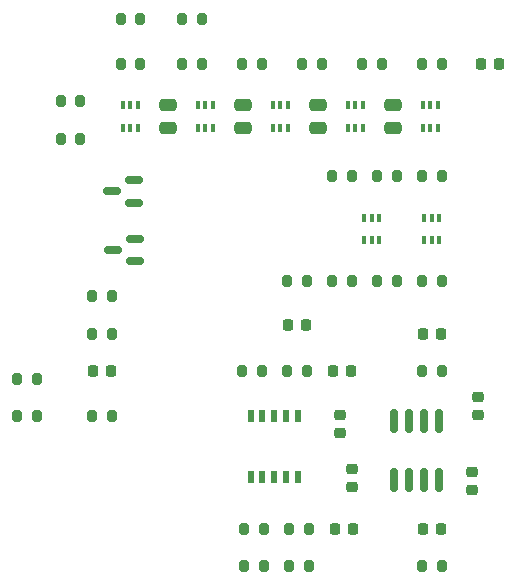
<source format=gbr>
%TF.GenerationSoftware,KiCad,Pcbnew,6.0.7-f9a2dced07~116~ubuntu22.04.1*%
%TF.CreationDate,2022-07-29T17:46:26-04:00*%
%TF.ProjectId,minimoog_LPF,6d696e69-6d6f-46f6-975f-4c50462e6b69,0.1*%
%TF.SameCoordinates,Original*%
%TF.FileFunction,Paste,Top*%
%TF.FilePolarity,Positive*%
%FSLAX46Y46*%
G04 Gerber Fmt 4.6, Leading zero omitted, Abs format (unit mm)*
G04 Created by KiCad (PCBNEW 6.0.7-f9a2dced07~116~ubuntu22.04.1) date 2022-07-29 17:46:26*
%MOMM*%
%LPD*%
G01*
G04 APERTURE LIST*
G04 Aperture macros list*
%AMRoundRect*
0 Rectangle with rounded corners*
0 $1 Rounding radius*
0 $2 $3 $4 $5 $6 $7 $8 $9 X,Y pos of 4 corners*
0 Add a 4 corners polygon primitive as box body*
4,1,4,$2,$3,$4,$5,$6,$7,$8,$9,$2,$3,0*
0 Add four circle primitives for the rounded corners*
1,1,$1+$1,$2,$3*
1,1,$1+$1,$4,$5*
1,1,$1+$1,$6,$7*
1,1,$1+$1,$8,$9*
0 Add four rect primitives between the rounded corners*
20,1,$1+$1,$2,$3,$4,$5,0*
20,1,$1+$1,$4,$5,$6,$7,0*
20,1,$1+$1,$6,$7,$8,$9,0*
20,1,$1+$1,$8,$9,$2,$3,0*%
G04 Aperture macros list end*
%ADD10RoundRect,0.225000X-0.250000X0.225000X-0.250000X-0.225000X0.250000X-0.225000X0.250000X0.225000X0*%
%ADD11RoundRect,0.225000X0.225000X0.250000X-0.225000X0.250000X-0.225000X-0.250000X0.225000X-0.250000X0*%
%ADD12RoundRect,0.200000X-0.200000X-0.275000X0.200000X-0.275000X0.200000X0.275000X-0.200000X0.275000X0*%
%ADD13R,0.400000X0.650000*%
%ADD14RoundRect,0.200000X0.200000X0.275000X-0.200000X0.275000X-0.200000X-0.275000X0.200000X-0.275000X0*%
%ADD15RoundRect,0.150000X-0.150000X0.825000X-0.150000X-0.825000X0.150000X-0.825000X0.150000X0.825000X0*%
%ADD16RoundRect,0.225000X-0.225000X-0.250000X0.225000X-0.250000X0.225000X0.250000X-0.225000X0.250000X0*%
%ADD17RoundRect,0.250000X-0.475000X0.250000X-0.475000X-0.250000X0.475000X-0.250000X0.475000X0.250000X0*%
%ADD18RoundRect,0.150000X0.587500X0.150000X-0.587500X0.150000X-0.587500X-0.150000X0.587500X-0.150000X0*%
%ADD19RoundRect,0.250000X0.475000X-0.250000X0.475000X0.250000X-0.475000X0.250000X-0.475000X-0.250000X0*%
%ADD20R,0.510000X1.100000*%
G04 APERTURE END LIST*
D10*
%TO.C,C16*%
X165862000Y-108191000D03*
X165862000Y-109741000D03*
%TD*%
D11*
%TO.C,C23*%
X162700000Y-119380000D03*
X161150000Y-119380000D03*
%TD*%
D12*
%TO.C,R2*%
X126810000Y-106680000D03*
X128460000Y-106680000D03*
%TD*%
D13*
%TO.C,Q9*%
X157495000Y-93030000D03*
X156845000Y-93030000D03*
X156195000Y-93030000D03*
X156195000Y-94930000D03*
X156845000Y-94930000D03*
X157495000Y-94930000D03*
%TD*%
D14*
%TO.C,R7*%
X142430000Y-80010000D03*
X140780000Y-80010000D03*
%TD*%
D15*
%TO.C,U1*%
X162560000Y-110270000D03*
X161290000Y-110270000D03*
X160020000Y-110270000D03*
X158750000Y-110270000D03*
X158750000Y-115220000D03*
X160020000Y-115220000D03*
X161290000Y-115220000D03*
X162560000Y-115220000D03*
%TD*%
D13*
%TO.C,Q5*%
X149748000Y-83505000D03*
X149098000Y-83505000D03*
X148448000Y-83505000D03*
X148448000Y-85405000D03*
X149098000Y-85405000D03*
X149748000Y-85405000D03*
%TD*%
D10*
%TO.C,C17*%
X165354000Y-114541000D03*
X165354000Y-116091000D03*
%TD*%
D14*
%TO.C,R16*%
X158940000Y-89535000D03*
X157290000Y-89535000D03*
%TD*%
D12*
%TO.C,R4*%
X133160000Y-102870000D03*
X134810000Y-102870000D03*
%TD*%
D10*
%TO.C,C18*%
X154178000Y-109715000D03*
X154178000Y-111265000D03*
%TD*%
D14*
%TO.C,R22*%
X158940000Y-98425000D03*
X157290000Y-98425000D03*
%TD*%
D16*
%TO.C,C22*%
X153530000Y-106045000D03*
X155080000Y-106045000D03*
%TD*%
D14*
%TO.C,R18*%
X162750000Y-98425000D03*
X161100000Y-98425000D03*
%TD*%
D13*
%TO.C,Q4*%
X143398000Y-83505000D03*
X142748000Y-83505000D03*
X142098000Y-83505000D03*
X142098000Y-85405000D03*
X142748000Y-85405000D03*
X143398000Y-85405000D03*
%TD*%
D14*
%TO.C,R20*%
X162750000Y-89535000D03*
X161100000Y-89535000D03*
%TD*%
D17*
%TO.C,C6*%
X158623000Y-83505000D03*
X158623000Y-85405000D03*
%TD*%
D12*
%TO.C,R30*%
X161100000Y-122555000D03*
X162750000Y-122555000D03*
%TD*%
%TO.C,R6*%
X135573000Y-80010000D03*
X137223000Y-80010000D03*
%TD*%
D18*
%TO.C,Q1*%
X136827500Y-96708000D03*
X136827500Y-94808000D03*
X134952500Y-95758000D03*
%TD*%
D14*
%TO.C,R28*%
X147510000Y-106045000D03*
X145860000Y-106045000D03*
%TD*%
D10*
%TO.C,C15*%
X155194000Y-114300000D03*
X155194000Y-115850000D03*
%TD*%
D14*
%TO.C,R1*%
X128460000Y-109855000D03*
X126810000Y-109855000D03*
%TD*%
D13*
%TO.C,Q7*%
X162448000Y-83505000D03*
X161798000Y-83505000D03*
X161148000Y-83505000D03*
X161148000Y-85405000D03*
X161798000Y-85405000D03*
X162448000Y-85405000D03*
%TD*%
D12*
%TO.C,R19*%
X149670000Y-98425000D03*
X151320000Y-98425000D03*
%TD*%
%TO.C,R15*%
X140780000Y-76200000D03*
X142430000Y-76200000D03*
%TD*%
D19*
%TO.C,C5*%
X152273000Y-85405000D03*
X152273000Y-83505000D03*
%TD*%
D18*
%TO.C,Q2*%
X136700500Y-91755000D03*
X136700500Y-89855000D03*
X134825500Y-90805000D03*
%TD*%
D14*
%TO.C,R26*%
X147695000Y-122555000D03*
X146045000Y-122555000D03*
%TD*%
D12*
%TO.C,R25*%
X149855000Y-119380000D03*
X151505000Y-119380000D03*
%TD*%
D14*
%TO.C,R27*%
X147695000Y-119380000D03*
X146045000Y-119380000D03*
%TD*%
%TO.C,R23*%
X162750000Y-106045000D03*
X161100000Y-106045000D03*
%TD*%
D12*
%TO.C,R14*%
X130493000Y-83185000D03*
X132143000Y-83185000D03*
%TD*%
D14*
%TO.C,R21*%
X155130000Y-98425000D03*
X153480000Y-98425000D03*
%TD*%
D13*
%TO.C,Q3*%
X137048000Y-83505000D03*
X136398000Y-83505000D03*
X135748000Y-83505000D03*
X135748000Y-85405000D03*
X136398000Y-85405000D03*
X137048000Y-85405000D03*
%TD*%
D14*
%TO.C,R9*%
X152590000Y-80010000D03*
X150940000Y-80010000D03*
%TD*%
%TO.C,R17*%
X155130000Y-89535000D03*
X153480000Y-89535000D03*
%TD*%
D20*
%TO.C,U2*%
X150590000Y-109845000D03*
X149590000Y-109845000D03*
X148590000Y-109845000D03*
X147590000Y-109845000D03*
X146590000Y-109845000D03*
X146590000Y-114945000D03*
X147590000Y-114945000D03*
X148590000Y-114945000D03*
X149590000Y-114945000D03*
X150590000Y-114945000D03*
%TD*%
D11*
%TO.C,C1*%
X134760000Y-106045000D03*
X133210000Y-106045000D03*
%TD*%
D14*
%TO.C,R11*%
X162750000Y-80010000D03*
X161100000Y-80010000D03*
%TD*%
D12*
%TO.C,R3*%
X133160000Y-99695000D03*
X134810000Y-99695000D03*
%TD*%
%TO.C,R5*%
X135573000Y-76200000D03*
X137223000Y-76200000D03*
%TD*%
%TO.C,R12*%
X133160000Y-109855000D03*
X134810000Y-109855000D03*
%TD*%
D14*
%TO.C,R13*%
X132143000Y-86360000D03*
X130493000Y-86360000D03*
%TD*%
D12*
%TO.C,R29*%
X149670000Y-106045000D03*
X151320000Y-106045000D03*
%TD*%
D16*
%TO.C,C21*%
X153715000Y-119380000D03*
X155265000Y-119380000D03*
%TD*%
D13*
%TO.C,Q8*%
X162575000Y-93030000D03*
X161925000Y-93030000D03*
X161275000Y-93030000D03*
X161275000Y-94930000D03*
X161925000Y-94930000D03*
X162575000Y-94930000D03*
%TD*%
D11*
%TO.C,C12*%
X162700000Y-102870000D03*
X161150000Y-102870000D03*
%TD*%
D14*
%TO.C,R24*%
X151505000Y-122555000D03*
X149855000Y-122555000D03*
%TD*%
D11*
%TO.C,C20*%
X151270000Y-102108000D03*
X149720000Y-102108000D03*
%TD*%
D19*
%TO.C,C3*%
X139573000Y-85405000D03*
X139573000Y-83505000D03*
%TD*%
D13*
%TO.C,Q6*%
X156098000Y-83505000D03*
X155448000Y-83505000D03*
X154798000Y-83505000D03*
X154798000Y-85405000D03*
X155448000Y-85405000D03*
X156098000Y-85405000D03*
%TD*%
D16*
%TO.C,C19*%
X166103000Y-80010000D03*
X167653000Y-80010000D03*
%TD*%
D17*
%TO.C,C4*%
X145923000Y-83505000D03*
X145923000Y-85405000D03*
%TD*%
D14*
%TO.C,R8*%
X147510000Y-80010000D03*
X145860000Y-80010000D03*
%TD*%
%TO.C,R10*%
X157670000Y-80010000D03*
X156020000Y-80010000D03*
%TD*%
M02*

</source>
